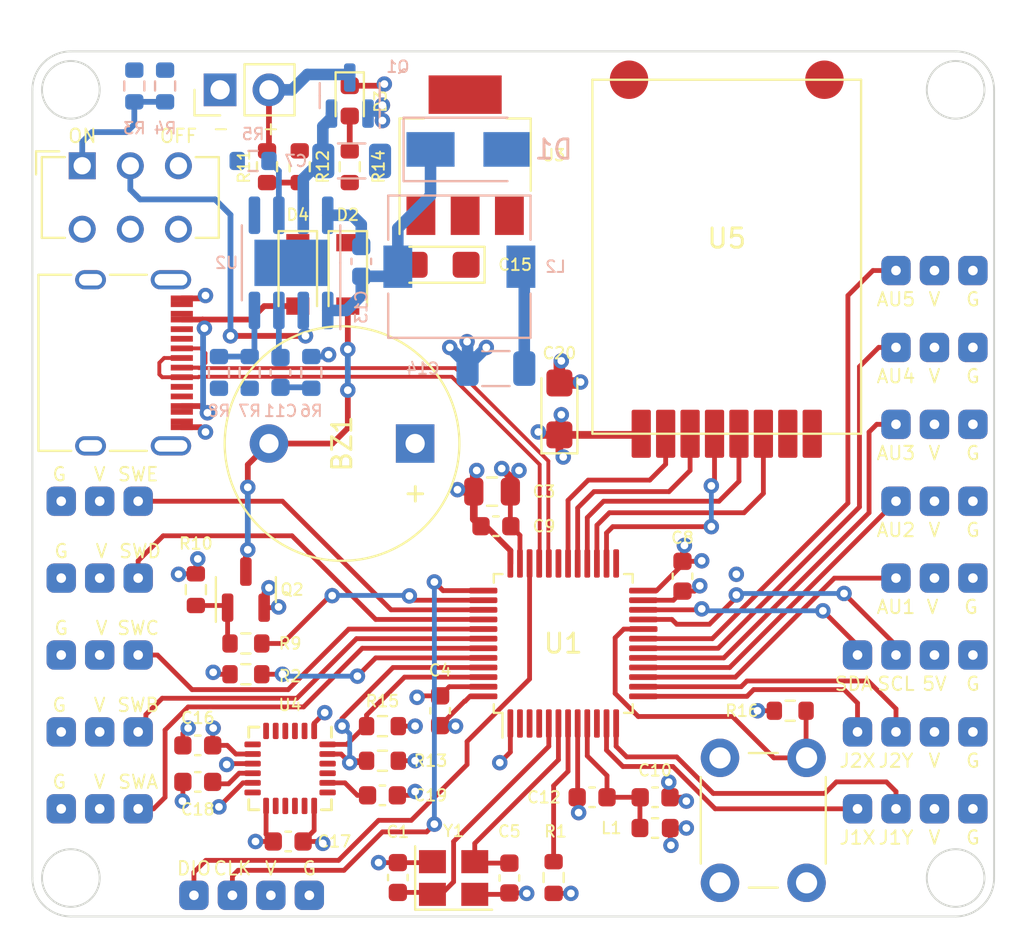
<source format=kicad_pcb>
(kicad_pcb (version 20211014) (generator pcbnew)
  (layers (0 "F.Cu" signal) (1 "In1.Cu" power "GND") (2 "In2.Cu" power "3.3V") (31 "B.Cu" signal) (34 "B.Paste" user) (35 "F.Paste" user) (36 "B.SilkS" user "B.Silkscreen") (37 "F.SilkS" user "F.Silkscreen") (38 "B.Mask" user) (39 "F.Mask" user) (44 "Edge.Cuts" user))
  (net 0 "")
  (net 1 "+3V3")
  (net 2 "GND")
  (net 3 "+3.3VA")
  (net 4 "/HSE_IN")
  (net 5 "/HSE_OUT")
  (net 6 "Net-(BZ1-Pad2)")
  (net 7 "/COMP")
  (net 8 "/REGOUT")
  (net 9 "/CPOUT")
  (net 10 "/VIN")
  (net 11 "+5V")
  (net 12 "Net-(D3-Pad2)")
  (net 13 "/NRST")
  (net 14 "/BOOTO")
  (net 15 "/I2C1_SCL")
  (net 16 "/I2C1_SDA")
  (net 17 "/Buzzer")
  (net 18 "Net-(C11-Pad2)")
  (net 20 "/BST")
  (net 21 "/SW")
  (net 22 "/VBUS")
  (net 23 "VCC")
  (net 24 "/J1_X")
  (net 25 "/J1_Y")
  (net 26 "/J2_X")
  (net 27 "/J2_Y")
  (net 28 "/AUX_1")
  (net 29 "/AUX_2")
  (net 30 "/SWE")
  (net 31 "/CLK")
  (net 33 "/SPI2_SCK")
  (net 34 "/SPI2_MISO")
  (net 35 "/SPI2_MOSI")
  (net 36 "/NRF_CSN")
  (net 37 "/NRF_CE")
  (net 39 "/DIO")
  (net 40 "/I2C2_SCL")
  (net 41 "/I2C2_SDA")
  (net 42 "/SWA")
  (net 43 "/SWB")
  (net 44 "/SWC")
  (net 45 "/SWD")
  (net 46 "/AUX_3")
  (net 47 "/AUX_4")
  (net 48 "/AUX_5")
  (net 49 "/EN")
  (net 52 "/USB_D+")
  (net 53 "/USB_D-")
  (net 57 "Net-(Q2-Pad1)")
  (net 58 "Net-(R3-Pad2)")
  (net 59 "/FREQ")
  (net 60 "/FB")
  (net 61 "/VoltageMeter")
  (net 62 "/BTN_BIND")
  (footprint "Package_TO_SOT_SMD:SOT-23" (layer "F.Cu") (at 146.1 88 90)
    (fp_text reference "Q2")
    (fp_text value "Q_NPN_BEC")
  )
  (footprint "Capacitor_SMD:C_0603_1608Metric" (layer "F.Cu") (at 167.375 98.8)
    (fp_text reference "C10")
    (fp_text value "100n")
  )
  (footprint "Resistor_SMD:R_0603_1608Metric" (layer "F.Cu") (at 174.4 94.3 180)
    (fp_text reference "R16")
    (fp_text value "10k")
  )
  (footprint "MyConnector:con_01x03_W2.5mm-H2.5mm" (layer "F.Cu") (at 138.5 87.4)
    (fp_text reference "J8" hide)
    (fp_text value "Conn_01x03")
  )
  (footprint "MyConnector:con_01x03_W2.5mm-H2.5mm" (layer "F.Cu") (at 181.9 87.4 180)
    (fp_text reference "J1" hide)
    (fp_text value "Conn_01x03")
  )
  (footprint "Button_Switch_THT:SW_PUSH_6mm_H5mm" (layer "F.Cu") (at 175.25 96.75 -90)
    (fp_text reference "SW2" hide)
    (fp_text value "BIND")
  )
  (footprint "Capacitor_SMD:C_0603_1608Metric" (layer "F.Cu") (at 164.1 98.8 180)
    (fp_text reference "C12")
    (fp_text value "1u")
  )
  (footprint "Button_Switch_THT:SW_CuK_JS202011CQN_DPDT_Straight" (layer "F.Cu") (at 137.5925 65.95)
    (fp_text reference "SW1" hide)
    (fp_text value "SW_SPDT")
  )
  (footprint "LED_SMD:LED_0603_1608Metric" (layer "F.Cu") (at 151.5 62.575 -90)
    (fp_text reference "D3")
    (fp_text value "LED_Small")
  )
  (footprint "Connector_PinHeader_2.54mm:PinHeader_1x02_P2.54mm_Vertical" (layer "F.Cu") (at 144.76 62 90)
    (fp_text reference "J16" hide)
    (fp_text value "Conn_01x02")
  )
  (footprint "Resistor_SMD:R_0603_1608Metric" (layer "F.Cu") (at 153.2 96.9 180)
    (fp_text reference "R13")
    (fp_text value "4k7")
  )
  (footprint "MyConnector:con_01x04_W2.5mm-H2.5mm" (layer "F.Cu") (at 146.4 103.9 180)
    (fp_text reference "J3" hide)
    (fp_text value "Conn_01x04")
  )
  (footprint "Package_TO_SOT_SMD:SOT-223-3_TabPin2" (layer "F.Cu") (at 157.5 65.4 90)
    (fp_text reference "U3")
    (fp_text value "AMS1117-3.3")
  )
  (footprint "Resistor_SMD:R_0603_1608Metric" (layer "F.Cu") (at 153.2 95.1 180)
    (fp_text reference "R15")
    (fp_text value "4k7")
  )
  (footprint "MyConnector:con_01x03_W2.5mm-H2.5mm" (layer "F.Cu") (at 181.9 75.4 180)
    (fp_text reference "J11" hide)
    (fp_text value "Conn_01x03")
  )
  (footprint "Resistor_SMD:R_0603_1608Metric" (layer "F.Cu") (at 151.5 66 90)
    (fp_text reference "R14")
    (fp_text value "1k")
  )
  (footprint "MyConnector:con_01x03_W2.5mm-H2.5mm" (layer "F.Cu") (at 181.9 79.4 180)
    (fp_text reference "J10" hide)
    (fp_text value "Conn_01x03")
  )
  (footprint "Diode_SMD:D_SOD-123" (layer "F.Cu") (at 148.8 71.6 -90)
    (fp_text reference "D4")
    (fp_text value "S7")
  )
  (footprint "Sensor_Motion:InvenSense_QFN-24_4x4mm_P0.5mm" (layer "F.Cu") (at 148.4 97.3 -90)
    (fp_text reference "U4")
    (fp_text value "MPU-6050")
  )
  (footprint "Diode_SMD:D_SOD-123" (layer "F.Cu") (at 151.4 71.6 -90)
    (fp_text reference "D2")
    (fp_text value "S7")
  )
  (footprint "Capacitor_SMD:C_0603_1608Metric" (layer "F.Cu") (at 153.2 98.7)
    (fp_text reference "C19")
    (fp_text value "2.2n")
  )
  (footprint "MyConnector:con_01x04_W2.5mm-H2.5mm" (layer "F.Cu") (at 180.9 95.4 180)
    (fp_text reference "J14" hide)
    (fp_text value "Conn_01x04")
  )
  (footprint "Inductor_SMD:L_0603_1608Metric" (layer "F.Cu") (at 167.375 100.4 180)
    (fp_text reference "L1")
    (fp_text value "4.7nH")
  )
  (footprint "Resistor_SMD:R_0603_1608Metric" (layer "F.Cu") (at 148.9 66 90)
    (fp_text reference "R12")
    (fp_text value "3k3")
  )
  (footprint "Wireless:AS01-SPIPX-NRF24" (layer "F.Cu") (at 171.1 79.89)
    (fp_text reference "U5")
    (fp_text value "AS01-SPI")
  )
  (footprint "MyConnector:con_01x04_W2.5mm-H2.5mm" (layer "F.Cu") (at 180.9 91.4 180)
    (fp_text reference "J4" hide)
    (fp_text value "Conn_01x04")
  )
  (footprint "MyConnector:con_01x03_W2.5mm-H2.5mm" (layer "F.Cu") (at 138.5 95.4)
    (fp_text reference "J6" hide)
    (fp_text value "Conn_01x03")
  )
  (footprint "Capacitor_SMD:C_0603_1608Metric" (layer "F.Cu") (at 156.2 94.3 90)
    (fp_text reference "C4")
    (fp_text value "100n")
  )
  (footprint "Resistor_SMD:R_0603_1608Metric" (layer "F.Cu") (at 146.1 90.8 180)
    (fp_text reference "R9")
    (fp_text value "4k7")
  )
  (footprint "Crystal:Crystal_SMD_3225-4Pin_3.2x2.5mm" (layer "F.Cu") (at 156.9 103)
    (fp_text reference "Y1")
    (fp_text value "8Mhz")
  )
  (footprint "Capacitor_SMD:C_0603_1608Metric" (layer "F.Cu") (at 143.6 98 180)
    (fp_text reference "C18")
    (fp_text value "100n")
  )
  (footprint "Capacitor_SMD:C_0603_1608Metric" (layer "F.Cu") (at 148.3 101.1)
    (fp_text reference "C17")
    (fp_text value "100n")
  )
  (footprint "Resistor_SMD:R_0603_1608Metric" (layer "F.Cu") (at 146.1 92.4)
    (fp_text reference "R2")
    (fp_text value "10k")
  )
  (footprint "Capacitor_SMD:C_0603_1608Metric" (layer "F.Cu") (at 159.1 84.7)
    (fp_text reference "C9")
    (fp_text value "100n")
  )
  (footprint "Connector_USB:USB_C_Receptacle_XKB_U262-16XN-4BVC11" (layer "F.Cu") (at 139.1 76.2 -90)
    (fp_text reference "J15" hide)
    (fp_text value "USB_C_Receptacle_USB2.0")
  )
  (footprint "Capacitor_SMD:C_0805_2012Metric" (layer "F.Cu") (at 158.9 82.9)
    (fp_text reference "C3")
    (fp_text value "4.7u")
  )
  (footprint "Package_QFP:LQFP-48_7x7mm_P0.5mm" (layer "F.Cu") (at 162.6 90.8 90)
    (fp_text reference "U1")
    (fp_text value "STM32F103C8Tx")
  )
  (footprint "Capacitor_SMD:C_0603_1608Metric" (layer "F.Cu") (at 154 102.975 90)
    (fp_text reference "C1")
    (fp_text value "20p")
  )
  (footprint "Capacitor_SMD:C_0603_1608Metric" (layer "F.Cu") (at 143.6 96.1)
    (fp_text reference "C16")
    (fp_text value "10n")
  )
  (footprint "MyConnector:con_01x03_W2.5mm-H2.5mm" (layer "F.Cu") (at 181.9 83.4 180)
    (fp_text reference "J9" hide)
    (fp_text value "Conn_01x03")
  )
  (footprint "Resistor_SMD:R_0603_1608Metric" (layer "F.Cu") (at 162.1 102.975 90)
    (fp_text reference "R1")
    (fp_text value "10k")
  )
  (footprint "MyConnector:con_01x03_W2.5mm-H2.5mm" (layer "F.Cu") (at 138.5 91.4)
    (fp_text reference "J7" hide)
    (fp_text value "Conn_01x03")
  )
  (footprint "Resistor_SMD:R_0603_1608Metric" (layer "F.Cu") (at 143.5 88 -90)
    (fp_text reference "R10")
    (fp_text value "10k")
  )
  (footprint "MyConnector:con_01x03_W2.5mm-H2.5mm" (layer "F.Cu") (at 138.5 99.4)
    (fp_text reference "J5" hide)
    (fp_text value "Conn_01x03")
  )
  (footprint "MyConnector:con_01x03_W2.5mm-H2.5mm" (layer "F.Cu") (at 138.5 83.4)
    (fp_text reference "J2" hide)
    (fp_text value "Conn_01x03")
  )
  (footprint "MyConnector:con_01x03_W2.5mm-H2.5mm" (layer "F.Cu") (at 181.9 71.4 180)
    (fp_text reference "J12" hide)
    (fp_text value "Conn_01x03")
  )
  (footprint "Capacitor_SMD:C_0603_1608Metric" (layer "F.Cu") (at 168.8 87.3 -90)
    (fp_text reference "C8")
    (fp_text value "100n")
  )
  (footprint "Capacitor_Tantalum_SMD:CP_EIA-3216-10_Kemet-I" (layer "F.Cu") (at 162.4 78.6 90)
    (fp_text reference "C20")
    (fp_text value "22uF")
  )
  (footprint "Capacitor_Tantalum_SMD:CP_EIA-3216-10_Kemet-I" (layer "F.Cu") (at 156.2 71.1 180)
    (fp_text reference "C15")
    (fp_text value "22uF/6V")
  )
  (footprint "Buzzer_Beeper:Buzzer_12x9.5RM7.6" (layer "F.Cu") (at 154.9 80.4 180)
    (fp_text reference "BZ1")
    (fp_text value "Buzzer")
  )
  (footprint "Capacitor_SMD:C_0603_1608Metric" (layer "F.Cu") (at 159.8 103 -90)
    (fp_text reference "C5")
    (fp_text value "20p")
  )
  (footprint "MyConnector:con_01x04_W2.5mm-H2.5mm" (layer "F.Cu") (at 180.9 99.4 180)
    (fp_text reference "J13" hide)
    (fp_text value "Conn_01x04")
  )
  (footprint "Resistor_SMD:R_0603_1608Metric" (layer "F.Cu") (at 147.2 66 -90)
    (fp_text reference "R11")
    (fp_text value "10k")
  )
  (footprint "Resistor_SMD:R_0603_1608Metric" (layer "B.Cu") (at 144.7 76.7 -90)
    (fp_text reference "R8")
    (fp_text value "24k")
  )
  (footprint "Diode_SMD:D_SMA" (layer "B.Cu") (at 157.7 65.1)
    (fp_text reference "D1")
    (fp_text value "SS34")
  )
  (footprint "Package_TO_SOT_SMD:SOT-23" (layer "B.Cu") (at 151.5 62.3 90)
    (fp_text reference "Q1")
    (fp_text value "AO3401A")
  )
  (footprint "Resistor_SMD:R_0603_1608Metric" (layer "B.Cu") (at 149.5 76.7 90)
    (fp_text reference "R6")
    (fp_text value "100k")
  )
  (footprint "Inductor_SMD:L_7.3x7.3_H4.5" (layer "B.Cu") (at 157.2 71.2)
    (fp_text reference "L2")
    (fp_text value "22uH")
  )
  (footprint "Capacitor_SMD:C_1206_3216Metric" (layer "B.Cu") (at 159.1 76.5 180)
    (fp_text reference "C14")
    (fp_text value "22uF")
  )
  (footprint "Resistor_SMD:R_0603_1608Metric" (layer "B.Cu") (at 140.3 61.8 -90)
    (fp_text reference "R3")
    (fp_text value "100k")
  )
  (footprint "Capacitor_SMD:C_1206_3216Metric" (layer "B.Cu") (at 151.6 65.7)
    (fp_text reference "C7")
    (fp_text value "10uF")
  )
  (footprint "Package_SO:SOIC-8-1EP_3.9x4.9mm_P1.27mm_EP2.41x3.81mm" (layer "B.Cu") (at 148.45 71 90)
    (fp_text reference "U2")
    (fp_text value "MP1584")
  )
  (footprint "Capacitor_SMD:C_0603_1608Metric" (layer "B.Cu") (at 152.1 70.925 -90)
    (fp_text reference "C13")
    (fp_text value "100n")
  )
  (footprint "Resistor_SMD:R_0603_1608Metric" (layer "B.Cu") (at 146.3 76.7 90)
    (fp_text reference "R7")
    (fp_text value "126k")
  )
  (footprint "Resistor_SMD:R_0603_1608Metric" (layer "B.Cu") (at 141.9 61.8 90)
    (fp_text reference "R4")
    (fp_text value "24k")
  )
  (footprint "Resistor_SMD:R_0603_1608Metric" (layer "B.Cu") (at 146.475 65.7 180)
    (fp_text reference "R5")
    (fp_text value "100k")
  )
  (footprint "Capacitor_SMD:C_0603_1608Metric" (layer "B.Cu") (at 147.9 76.7 -90)
    (fp_text reference "C11")
    (fp_text value "150pF")
  )
  (gr_arc (start 182.999999 60.000001) (mid 184.414213 60.585787) (end 184.999999 62.000001) (layer "Edge.Cuts") (width 0.1))
  (gr_line (start 137.000001 60.000001) (end 182.999999 60.000001) (layer "Edge.Cuts") (width 0.1))
  (gr_circle (center 183 103) (end 183 101.5) (layer "Edge.Cuts") (width 0.1) (fill none))
  (gr_line (start 182.999999 104.999999) (end 137 105) (layer "Edge.Cuts") (width 0.1))
  (gr_arc (start 135.000001 62.000001) (mid 135.585787 60.585787) (end 137.000001 60.000001) (layer "Edge.Cuts") (width 0.1))
  (gr_line (start 135 103) (end 135.000001 62.000001) (layer "Edge.Cuts") (width 0.1))
  (gr_circle (center 137 62) (end 137 60.5) (layer "Edge.Cuts") (width 0.1) (fill none))
  (gr_line (start 184.999999 62.000001) (end 184.999999 102.999999) (layer "Edge.Cuts") (width 0.1))
  (gr_circle (center 183 62) (end 183 60.5) (layer "Edge.Cuts") (width 0.1) (fill none))
  (gr_circle (center 137 103) (end 137 101.5) (layer "Edge.Cuts") (width 0.1) (fill none))
  (gr_arc (start 184.999999 102.999999) (mid 184.414213 104.414213) (end 182.999999 104.999999) (layer "Edge.Cuts") (width 0.1))
  (gr_arc (start 137 105) (mid 135.585786 104.414214) (end 135 103) (layer "Edge.Cuts") (width 0.1))
  (gr_text "G" (at 183.9 96.9) (layer "F.SilkS") (effects (font (size 0.7 0.7) (thickness 0.1))))
  (gr_text "G" (at 183.9 92.9) (layer "F.SilkS") (effects (font (size 0.7 0.7) (thickness 0.1))))
  (gr_text "CLK" (at 145.4 102.5) (layer "F.SilkS") (effects (font (size 0.7 0.7) (thickness 0.1))))
  (gr_text "G" (at 183.9 76.9) (layer "F.SilkS") (effects (font (size 0.7 0.7) (thickness 0.1))))
  (gr_text "G" (at 183.9 100.9) (layer "F.SilkS") (effects (font (size 0.7 0.7) (thickness 0.1))))
  (gr_text "-" (at 144.8 64) (layer "F.SilkS") (effects (font (size 0.7 0.7) (thickness 0.1))))
  (gr_text "G" (at 136.5 86) (layer "F.SilkS") (effects (font (size 0.7 0.7) (thickness 0.1))))
  (gr_text "AU2" (at 179.9 84.9) (layer "F.SilkS") (effects (font (size 0.7 0.7) (thickness 0.1))))
  (gr_text "J1Y" (at 179.9 100.9) (layer "F.SilkS") (effects (font (size 0.7 0.7) (thickness 0.1))))
  (gr_text "V" (at 138.6 86) (layer "F.SilkS") (effects (font (size 0.7 0.7) (thickness 0.1))))
  (gr_text "V" (at 138.5 98) (layer "F.SilkS") (effects (font (size 0.7 0.7) (thickness 0.1))))
  (gr_text "AU5" (at 179.9 72.9) (layer "F.SilkS") (effects (font (size 0.7 0.7) (thickness 0.1))))
  (gr_text "G" (at 183.8 88.9) (layer "F.SilkS") (effects (font (size 0.7 0.7) (thickness 0.1))))
  (gr_text "G" (at 149.4 102.5) (layer "F.SilkS") (effects (font (size 0.7 0.7) (thickness 0.1))))
  (gr_text "AU1" (at 179.9 88.9) (layer "F.SilkS") (effects (font (size 0.7 0.7) (thickness 0.1))))
  (gr_text "SWE" (at 140.5 82) (layer "F.SilkS") (effects (font (size 0.7 0.7) (thickness 0.1))))
  (gr_text "V" (at 181.9 100.9) (layer "F.SilkS") (effects (font (size 0.7 0.7) (thickness 0.1))))
  (gr_text "V" (at 181.9 72.9) (layer "F.SilkS") (effects (font (size 0.7 0.7) (thickness 0.1))))
  (gr_text "J2X" (at 177.9 96.9) (layer "F.SilkS") (effects (font (size 0.7 0.7) (thickness 0.1))))
  (gr_text "J2Y" (at 179.9 96.9) (layer "F.SilkS") (effects (font (size 0.7 0.7) (thickness 0.1))))
  (gr_text "G" (at 183.9 72.9) (layer "F.SilkS") (effects (font (size 0.7 0.7) (thickness 0.1))))
  (gr_text "V" (at 147.4 102.5) (layer "F.SilkS") (effects (font (size 0.7 0.7) (thickness 0.1))))
  (gr_text "V" (at 138.5 94) (layer "F.SilkS") (effects (font (size 0.7 0.7) (thickness 0.1))))
  (gr_text "SDA" (at 177.7 92.9) (layer "F.SilkS") (effects (font (size 0.7 0.7) (thickness 0.1))))
  (gr_text "ON" (at 137.6 64.4) (layer "F.SilkS") (effects (font (size 0.7 0.7) (thickness 0.1))))
  (gr_text "G" (at 136.4 82) (layer "F.SilkS") (effects (font (size 0.7 0.7) (thickness 0.1))))
  (gr_text "DIO" (at 143.4 102.5) (layer "F.SilkS") (effects (font (size 0.7 0.7) (thickness 0.1))))
  (gr_text "AU3" (at 179.9 80.9) (layer "F.SilkS") (effects (font (size 0.7 0.7) (thickness 0.1))))
  (gr_text "G" (at 136.5 90) (layer "F.SilkS") (effects (font (size 0.7 0.7) (thickness 0.1))))
  (gr_text "V" (at 181.9 80.9) (layer "F.SilkS") (effects (font (size 0.7 0.7) (thickness 0.1))))
  (gr_text "SWA" (at 140.5 98) (layer "F.SilkS") (effects (font (size 0.7 0.7) (thickness 0.1))))
  (gr_text "V" (at 181.9 96.9) (layer "F.SilkS") (effects (font (size 0.7 0.7) (thickness 0.1))))
  (gr_text "SCL" (at 179.9 92.9) (layer "F.SilkS") (effects (font (size 0.7 0.7) (thickness 0.1))))
  (gr_text "V" (at 181.8 88.9) (layer "F.SilkS") (effects (font (size 0.7 0.7) (thickness 0.1))))
  (gr_text "G" (at 136.4 98) (layer "F.SilkS") (effects (font (size 0.7 0.7) (thickness 0.1))))
  (gr_text "J1X" (at 177.9 100.9) (layer "F.SilkS") (effects (font (size 0.7 0.7) (thickness 0.1))))
  (gr_text "G" (at 183.9 80.9) (layer "F.SilkS") (effects (font (size 0.7 0.7) (thickness 0.1))))
  (gr_text "V" (at 138.5 82) (layer "F.SilkS") (effects (font (size 0.7 0.7) (thickness 0.1))))
  (gr_text "V" (at 138.6 90) (layer "F.SilkS") (effects (font (size 0.7 0.7) (thickness 0.1))))
  (gr_text "SWB" (at 140.5 94) (layer "F.SilkS") (effects (font (size 0.7 0.7) (thickness 0.1))))
  (gr_text "AU4" (at 179.9 76.9) (layer "F.SilkS") (effects (font (size 0.7 0.7) (thickness 0.1))))
  (gr_text "G" (at 136.4 94) (layer "F.SilkS") (effects (font (size 0.7 0.7) (thickness 0.1))))
  (gr_text "G" (at 183.9 84.9) (layer "F.SilkS") (effects (font (size 0.7 0.7) (thickness 0.1))))
  (gr_text "OFF" (at 142.6 64.4) (layer "F.SilkS") (effects (font (size 0.7 0.7) (thickness 0.1))))
  (gr_text "V" (at 181.9 84.9) (layer "F.SilkS") (effects (font (size 0.7 0.7) (thickness 0.1))))
  (gr_text "SWD" (at 140.6 86) (layer "F.SilkS") (effects (font (size 0.7 0.7) (thickness 0.1))))
  (gr_text "+" (at 147.4 64) (layer "F.SilkS") (effects (font (size 0.7 0.7) (thickness 0.1))))
  (gr_text "5V" (at 181.9 92.9) (layer "F.SilkS") (effects (font (size 0.7 0.7) (thickness 0.1))))
  (gr_text "SWC" (at 140.5 90) (layer "F.SilkS") (effects (font (size 0.7 0.7) (thickness 0.1))))
  (gr_text "V" (at 181.9 76.9) (layer "F.SilkS") (effects (font (size 0.7 0.7) (thickness 0.1))))
  (via (at 171.6 87.2) (size 0.8) (drill 0.4) (layers "F.Cu" "B.Cu") (net 0))
  (segment (start 159.85 94.9625) (end 159.85 96.45) (width 0.25) (layer "F.Cu") (net 1))
  (segment (start 162.4 79.95) (end 166.595 79.95) (width 0.4) (layer "F.Cu") (net 1))
  (segment (start 162.4 80.9) (end 162.6 81.1) (width 0.4) (layer "F.Cu") (net 1))
  (segment (start 154.025 96.9) (end 154.9 96.9) (width 0.25) (layer "F.Cu") (net 1))
  (segment (start 157.95 82.9) (end 157.2 82.9) (width 0.4) (layer "F.Cu") (net 1))
  (segment (start 168.1625 101.2625) (end 168.2 101.3) (width 0.25) (layer "F.Cu") (net 1))
  (segment (start 162.4 79.95) (end 162.4 80.9) (width 0.4) (layer "F.Cu") (net 1))
  (segment (start 158.586827 84.7) (end 158.325 84.7) (width 0.3) (layer "F.Cu") (net 1))
  (segment (start 157.2 82.9) (end 157.1 82.8) (width 0.4) (layer "F.Cu") (net 1))
  (segment (start 167.45 88.05) (end 168.8 86.7) (width 0.25) (layer "F.Cu") (net 1))
  (segment (start 145.581531 96.55) (end 145.131531 96.1) (width 0.25) (layer "F.Cu") (net 1))
  (segment (start 168.1625 100.4) (end 168.1625 101.2625) (width 0.25) (layer "F.Cu") (net 1))
  (segment (start 169.775 86.525) (end 169.8 86.5) (width 0.25) (layer "F.Cu") (net 1))
  (segment (start 168.8 86.525) (end 169.775 86.525) (width 0.25) (layer "F.Cu") (net 1))
  (segment (start 157.5 93.8) (end 157.475 93.8) (width 0.25) (layer "F.Cu") (net 1))
  (segment (start 168.8 86.525) (end 168.8 85.8) (width 0.25) (layer "F.Cu") (net 1))
  (segment (start 162.4 79) (end 162.5 78.9) (width 0.4) (layer "F.Cu") (net 1))
  (segment (start 154.025 95.1) (end 154.9 95.1) (width 0.25) (layer "F.Cu") (net 1))
  (segment (start 144.375 96.1) (end 144.375 95.225) (width 0.25) (layer "F.Cu") (net 1))
  (segment (start 158.1 81.8) (end 157.95 81.95) (width 0.4) (layer "F.Cu") (net 1))
  (segment (start 157.95 84.325) (end 158.325 84.7) (width 0.4) (layer "F.Cu") (net 1))
  (segment (start 157.95 82.9) (end 157.95 84.325) (width 0.4) (layer "F.Cu") (net 1))
  (segment (start 159.85 96.45) (end 159.3 97) (width 0.25) (layer "F.Cu") (net 1))
  (segment (start 159.85 86.6375) (end 159.85 85.963173) (width 0.3) (layer "F.Cu") (net 1))
  (segment (start 168.1625 100.4) (end 169 100.4) (width 0.25) (layer "F.Cu") (net 1))
  (segment (start 146.45 96.55) (end 145.581531 96.55) (width 0.25) (layer "F.Cu") (net 1))
  (segment (start 156.2 95.075) (end 156.975 95.075) (width 0.25) (layer "F.Cu") (net 1))
  (segment (start 158.4375 93.55) (end 157.75 93.55) (width 0.25) (layer "F.Cu") (net 1))
  (segment (start 168.8 85.8) (end 168.9 85.7) (width 0.25) (layer "F.Cu") (net 1))
  (segment (start 145.131531 96.1) (end 144.375 96.1) (width 0.25) (layer "F.Cu") (net 1))
  (segment (start 147.15 99.25) (end 147.15 100.725) (width 0.25) (layer "F.Cu") (net 1))
  (segment (start 147.15 100.725) (end 147.525 101.1) (width 0.25) (layer "F.Cu") (net 1))
  (segment (start 147.525 101.1) (end 146.6 101.1) (width 0.25) (layer "F.Cu") (net 1))
  (segment (start 144.375 95.225) (end 144.4 95.2) (width 0.25) (layer "F.Cu") (net 1))
  (segment (start 157.475 93.8) (end 156.2 95.075) (width 0.25) (layer "F.Cu") (net 1))
  (segment (start 166.7625 88.05) (end 167.45 88.05) (width 0.25) (layer "F.Cu") (net 1))
  (segment (start 166.595 79.95) (end 166.655 79.89) (width 0.4) (layer "F.Cu") (net 1))
  (segment (start 157.95 81.95) (end 157.95 82.9) (width 0.4) (layer "F.Cu") (net 1))
  (segment (start 162.4 79.95) (end 162.4 79) (width 0.4) (layer "F.Cu") (net 1))
  (segment (start 168.8 86.7) (end 168.8 86.525) (width 0.25) (layer "F.Cu") (net 1))
  (segment (start 159.85 85.963173) (end 158.586827 84.7) (width 0.3) (layer "F.Cu") (net 1))
  (segment (start 162.1 103.8) (end 163 103.8) (width 0.25) (layer "F.Cu") (net 1))
  (segment (start 157.75 93.55) (end 157.5 93.8) (width 0.25) (layer "F.Cu") (net 1))
  (segment (start 162.4 79.95) (end 161.457444 79.95) (width 0.4) (layer "F.Cu") (net 1))
  (segment (start 156.975 95.075) (end 157 95.1) (width 0.25) (layer "F.Cu") (net 1))
  (segment (start 161.457444 79.95) (end 161.303722 79.796278) (width 0.4) (layer "F.Cu") (net 1))
  (via (at 157.1 82.8) (size 0.8) (drill 0.4) (layers "F.Cu" "B.Cu") (net 1))
  (via (at 169.8 86.5) (size 0.8) (drill 0.4) (layers "F.Cu" "B.Cu") (net 1))
  (via (at 157 95.1) (size 0.8) (drill 0.4) (layers "F.Cu" "B.Cu") (net 1))
  (via (at 154.9 95.1) (size 0.8) (drill 0.4) (layers "F.Cu" "B.Cu") (net 1))
  (via (at 163 103.8) (size 0.8) (drill 0.4) (layers "F.Cu" "B.Cu") (net 1))
  (via (at 146.6 101.1) (size 0.8) (drill 0.4) (layers "F.Cu" "B.Cu") (net 1))
  (via (at 154.9 96.9) (size 0.8) (drill 0.4) (layers "F.Cu" "B.Cu") (net 1))
  (via (at 159.3 97) (size 0.8) (drill 0.4) (layers "F.Cu" "B.Cu") (net 1))
  (via (at 168.9 85.7) (size 0.8) (drill 0.4) (layers "F.Cu" "B.Cu") (net 1))
  (via (at 168.2 101.3) (size 0.8) (drill 0.4) (layers "F.Cu" "B.Cu") (net 1))
  (via (at 144.4 95.2) (size 0.8) (drill 0.4) (layers "F.Cu" "B.Cu") (net 1))
  (via (at 158.1 81.8) (size 0.8) (drill 0.4) (layers "F.Cu" "B.Cu") (net 1))
  (via (at 162.5 78.9) (size 0.8) (drill 0.4) (layers "F.Cu" "B.Cu") (net 1))
  (via (at 162.6 81.1) (size 0.8) (drill 0.4) (layers "F.Cu" "B.Cu") (net 1))
  (via (at 169 100.4) (size 0.8) (drill 0.4) (layers "F.Cu" "B.Cu") (net 1))
  (via (at 161.303722 79.796278) (size 0.8) (drill 0.4) (layers "F.Cu" "B.Cu") (net 1))
  (segment (start 142.625 87.175) (end 142.6 87.2) (width 0.25) (layer "F.Cu") (net 2))
  (segment (start 142.825 95.475) (end 143.1 95.2) (width 0.25) (layer "F.Cu") (net 2))
  (segment (start 147.05 88.9375) (end 147.05 88.15) (width 0.25) (layer "F.Cu") (net 2))
  (segment (start 142.825 98) (end 142.825 98.975) (width 0.25) (layer "F.Cu") (net 2))
  (segment (start 149.65 99.25) (end 149.65 100.525) (width 0.25) (layer "F.Cu") (net 2))
  (segment (start 147.05 88.15) (end 147.3 87.9) (width 0.25) (layer "F.Cu") (net 2))
  (segment (start 149.65 94.95) (end 150.2 94.4) (width 0.25) (layer "F.Cu") (net 2))
  (segment (start 155.075 93.525) (end 155 93.6) (width 0.25) (layer "F.Cu") (net 2))
  (segment (start 143.75 79.55) (end 144 79.8) (width 0.3) (layer "F.Cu") (net 2))
  (segment (start 163.325 99.525) (end 163.325 98.8) (width 0.25) (layer "F.Cu") (net 2))
  (segment (start 146.45 98.05) (end 145.95 98.05) (width 0.25) (layer "F.Cu") (net 2))
  (segment (start 168.8 98.8) (end 169 99) (width 0.25) (layer "F.Cu") (net 2))
  (segment (start 160.35 85.175) (end 159.875 84.7) (width 0.25) (layer "F.Cu") (net 2))
  (segment (start 149.65 100.525) (end 149.075 101.1) (width 0.25) (layer "F.Cu") (net 2))
  (segment (start 168.15 98.8) (end 168.8 98.8) (width 0.25) (layer "F.Cu") (net 2))
  (segment (start 153.2125 61.7875) (end 153.3 61.7) (width 0.3) (layer "F.Cu") (net 2))
  (segment (start 159.85 82.25) (end 160.3 81.8) (width 0.4) (layer "F.Cu") (net 2))
  (segment (start 144.5 92.4) (end 144.4 92.3) (width 0.25) (layer "F.Cu") (net 2))
  (segment (start 142.825 98.975) (end 142.8 99) (width 0.25) (layer "F.Cu") (net 2))
  (segment (start 163.35 94.9625) (end 163.35 98.775) (width 0.25) (layer "F.Cu") (net 2))
  (segment (start 143.5 87.175) (end 143.5 86.5) (width 0.25) (layer "F.Cu") (net 2))
  (segment (start 163.45 77.25) (end 163.5 77.2) (width 0.6) (layer "F.Cu") (net 2))
  (segment (start 169.425 88.075) (end 169.7 87.8) (width 0.25) (layer "F.Cu") (net 2))
  (segment (start 142.825 96.1) (end 142.825 95.475) (width 0.25) (layer "F.Cu") (net 2))
  (segment (start 145.95 98.05) (end 144.7 99.3) (width 0.25) (layer "F.Cu") (net 2))
  (segment (start 143.5 87.175) (end 142.625 87.175) (width 0.25) (layer "F.Cu") (net 2))
  (segment (start 156.675 93.05) (end 156.2 93.525) (width 0.25) (layer "F.Cu") (net 2))
  (segment (start 145.275 92.4) (end 144.5 92.4) (width 0.25) (layer "F.Cu") (net 2))
  (segment (start 159.85 82.9) (end 159.85 84.675) (width 0.25) (layer "F.Cu") (net 2))
  (segment (start 168.15 98.8) (end 168.15 98.074598) (width 0.25) (layer "F.Cu") (net 2))
  (segment (start 162.4 76.2) (end 162.5 76.1) (width 0.6) (layer "F.Cu") (net 2))
  (segment (start 155.75 102.2) (end 155.8 102.15) (width 0.25) (layer "F.Cu") (net 2))
  (segment (start 163.35 98.775) (end 163.325 98.8) (width 0.25) (layer "F.Cu") (net 2))
  (segment (start 162.4 77.25) (end 163.45 77.25) (width 0.6) (layer "F.Cu") (net 2))
  (segment (start 149.075 101.1) (end 150 101.1) (width 0.25) (layer "F.Cu") (net 2))
  (segment (start 160.35 86.6375) (end 160.35 85.175) (width 0.25) (layer "F.Cu") (net 2))
  (segment (start 168.15 98.074598) (end 168.087701 98.012299) (width 0.25) (layer "F.Cu") (net 2))
  (segment (start 158 103.85) (end 159.725 103.85) (width 0.25) (layer "F.Cu") (net 2))
  (segment (start 145.149188 97.05) (end 146.45 97.05) (width 0.25) (layer "F.Cu") (net 2))
  (segment (start 143.5 86.5) (end 143.6 86.4) (width 0.25) (layer "F.Cu") (net 2))
  (segment (start 147.05 88.9375) (end 147.7625 88.9375) (width 0.25) (layer "F.Cu") (net 2))
  (segment (start 154 102.2) (end 153 102.2) (width 0.25) (layer "F.Cu") (net 2))
  (segment (start 159.85 84.675) (end 159.875 84.7) (width 0.25) (layer "F.Cu") (net 2))
  (segment (start 147.7625 88.9375) (end 147.8 88.9) (width 0.25) (layer "F.Cu") (net 2))
  (segment (start 168.8 88.075) (end 169.425 88.075) (width 0.25) (layer "F.Cu") (net 2))
  (segment (start 151.5 61.7875) (end 153.2125 61.7875) (width 0.3) (layer "F.Cu") (net 2))
  (segment (start 159.85 82.9) (end 159.85 82.25) (width 0.4) (layer "F.Cu") (net 2))
  (segment (start 168.325 88.55) (end 168.8 88.075) (width 0.25) (layer "F.Cu") (net 2))
  (segment (start 142.77 79.55) (end 143.75 79.55) (width 0.3) (layer "F.Cu") (net 2))
  (segment (start 143.85 72.85) (end 144 72.7) (width 0.3) (layer "F.Cu") (net 2))
  (segment (start 154 102.2) (end 155.75 102.2) (width 0.25) (layer "F.Cu") (net 2))
  (segment (start 159.85 82.9) (end 159.85 82.15) (width 0.4) (layer "F.Cu") (net 2))
  (segment (start 162.4 77.25) (end 162.4 76.2) (width 0.6) (layer "F.Cu") (net 2))
  (segment (start 156.2 93.525) (end 155.075 93.525) (width 0.25) (layer "F.Cu") (net 2))
  (segment (start 159.85 82.15) (end 159.4 81.7) (width 0.4) (layer "F.Cu") (net 2))
  (segment (start 150 101.1) (end 150.1 101.2) (width 0.25) (layer "F.Cu") (net 2))
  (segment (start 154.7 98.7) (end 154.9 98.5) (width 0.25) (layer "F.Cu") (net 2))
  (segment (start 142.77 72.85) (end 143.85 72.85) (width 0.3) (layer "F.Cu") (net 2))
  (segment (start 159.725 103.85) (end 159.8 103.775) (width 0.25) (layer "F.Cu") (net 2))
  (segment (start 153.975 98.7) (end 154.7 98.7) (width 0.25) (layer "F.Cu") (net 2))
  (segment (start 163.4 99.6) (end 163.325 99.525) (width 0.25) (layer "F.Cu") (net 2))
  (segment (start 166.7625 88.55) (end 168.325 88.55) (width 0.25) (layer "F.Cu") (net 2))
  (segment (start 173.575 94.3) (end 172.7 94.3) (width 0.25) (layer "F.Cu") (net 2))
  (segment (start 149.65 95.35) (end 149.65 94.95) (width 0.25) (layer "F.Cu") (net 2))
  (segment (start 158.4375 93.05) (end 156.675 93.05) (width 0.25) (layer "F.Cu") (net 2))
  (segment (start 145.102707 97.096481) (end 145.149188 97.05) (width 0.25) (layer "F.Cu") (net 2))
  (segment (start 159.8 103.775) (end 160.675 103.775) (width 0.25) (layer "F.Cu") (net 2))
  (segment (start 160.675 103.775) (end 160.7 103.8) (width 0.25) (layer "F.Cu") (net 2))
  (via (at 160.3 81.8) (size 0.8) (drill 0.4) (layers "F.Cu" "B.Cu") (net 2))
  (via (at 154.9 98.5) (size 0.8) (drill 0.4) (layers "F.Cu" "B.Cu") (net 2))
  (via (at 157.6 75.1) (size 0.8) (drill 0.4) (layers "F.Cu" "B.Cu") (net 2))
  (via (at 145.102707 97.096481) (size 0.8) (drill 0.4) (layers "F.Cu" "B.Cu") (net 2))
  (via (at 150.2 94.4) (size 0.8) (drill 0.4) (layers "F.Cu" "B.Cu") (net 2))
  (via (at 147.8 88.9) (size 0.8) (drill 0.4) (layers "F.Cu" "B.Cu") (net 2))
  (via (at 150.4 75.7755) (size 0.8) (drill 0.4) (layers "F.Cu" "B.Cu") (net 2))
  (via (at 155 93.6) (size 0.8) (drill 0.4) (layers "F.Cu" "B.Cu") (net 2))
  (via (at 163.4 99.6) (size 0.8) (drill 0.4) (layers "F.Cu" "B.Cu") (net 2))
  (via (at 142.6 87.2) (size 0.8) (drill 0.4) (layers "F.Cu" "B.Cu") (net 2))
  (via (at 162.5 76.1) (size 0.8) (drill 0.4) (layers "F.Cu" "B.Cu") (net 2))
  (via (at 144.7 99.3) (size 0.8) (drill 0.4) (layers "F.Cu" "B.Cu") (net 2))
  (via (at 160.7 103.8) (size 0.8) (drill 0.4) (layers "F.Cu" "B.Cu") (net 2))
  (via (at 158.6 75.4) (size 0.8) (drill 0.4) (layers "F.Cu" "B.Cu") (net 2))
  (via (at 156.7 75.4) (size 0.8) (drill 0.4) (layers "F.Cu" "B.Cu") (net 2))
  (via (at 144.4 92.3) (size 0.8) (drill 0.4) (layers "F.Cu" "B.Cu") (net 2))
  (via (at 153.2 63.6) (size 0.8) (drill 0.4) (layers "F.Cu" "B.Cu") (net 2))
  (via (at 172.7 94.3) (size 0.8) (drill 0.4) (layers "F.Cu" "B.Cu") (net 2))
  (via (at 163.5 77.2) (size 0.8) (drill 0.4) (layers "F.Cu" "B.Cu") (net 2))
  (via (at 153.3 61.7) (size 0.8) (drill 0.4) (layers "F.Cu" "B.Cu") (net 2))
  (via (at 143.6 86.4) (size 0.8) (drill 0.4) (layers "F.Cu" "B.Cu") (net 2))
  (via (at 169 99) (size 0.8) (drill 0.4) (layers "F.Cu" "B.Cu") (net 2))
  (via (at 153.2 62.8) (size 0.8) (drill 0.4) (layers "F.Cu" "B.Cu") (net 2))
  (via (at 144 79.8) (size 0.8) (drill 0.4) (layers "F.Cu" "B.Cu") (net 2))
  (via (at 153 102.2) (size 0.8) (drill 0.4) (layers "F.Cu" "B.Cu") (net 2))
  (via (at 159.4 81.7) (size 0.8) (drill 0.4) (layers "F.Cu" "B.Cu") (net 2))
  (via (at 144 72.7) (size 0.8) (drill 0.4) (layers "F.Cu" "B.Cu") (net 2))
  (via (at 168.087701 98.012299) (size 0.8) (drill 0.4) (layers "F.Cu" "B.Cu") (net 2))
  (via (at 169.7 87.8) (size 0.8) (drill 0.4) (layers "F.Cu" "B.Cu") (net 2))
  (via (at 143.1 95.2) (size 0.8) (drill 0.4) (layers "F.Cu" "B.Cu") (net 2))
  (via (at 147.3 87.9) (size 0.8) (drill 0.4) (layers "F.Cu" "B.Cu") (net 2))
  (via (at 150.1 101.2) (size 0.8) (drill 0.4) (layers "F.Cu" "B.Cu") (net 2))
  (via (at 142.8 99) (size 0.8) (drill 0.4) (layers "F.Cu" "B.Cu") (net 2))
  (segment (start 153.2 63.6) (end 152.8375 63.2375) (width 0.3) (layer "B.Cu") (net 2))
  (segment (start 150.3005 75.875) (end 150.4 75.7755) (width 0.3) (layer "B.Cu") (net 2))
  (segment (start 149.5 75.875) (end 150.3005 75.875) (width 0.3) (layer "B.Cu") (net 2))
  (segment (start 157.625 76.5) (end 157.625 75.125) (width 0.6) (layer "B.Cu") (net 2))
  (segment (start 157.625 76.375) (end 158.6 75.4) (width 0.6) (layer "B.Cu") (net 2))
  (segment (start 152.8375 63.2375) (end 152.45 63.2375) (width 0.3) (layer "B.Cu") (net 2))
  (segment (start 157.625 76.325) (end 156.7 75.4) (width 0.6) (layer "B.Cu") (net 2))
  (segment (start 152.45 63.2375) (end 152.7625 63.2375) (width 0.3) (layer "B.Cu") (net 2))
  (segment (start 157.625 76.5) (end 157.625 76.375) (width 0.6) (layer "B.Cu") (net 2))
  (segment (start 157.625 75.125) (end 157.6 75.1) (width 0.6) (layer "B.Cu") (net 2))
  (segment (start 152.7625 63.2375) (end 153.2 62.8) (width 0.3) (layer "B.Cu") (net 2))
  (segment (start 157.625 76.5) (end 157.625 76.325) (width 0.6) (layer "B.Cu") (net 2))
  (segment (start 166.5875 100.4) (end 166.5875 98.8125) (width 0.25) (layer "F.Cu") (net 3))
  (segment (start 166.6 98.8) (end 164.875 98.8) (width 0.25) (layer "F.Cu") (net 3))
  (segment (start 163.85 96.65) (end 164.875 97.675) (width 0.25) (layer "F.Cu") (net 3))
  (segment (start 164.875 97.675) (end 164.875 98.8) (width 0.25) (layer "F.Cu") (net 3))
  (segment (start 163.85 94.9625) (end 163.85 96.65) (width 0.25) (layer "F.Cu") (net 3))
  (segment (start 166.5875 98.8125) (end 166.6 98.8) (width 0.25) (layer "F.Cu") (net 3))
  (segment (start 155.8 103.85) (end 156.25 103.85) (width 0.25) (layer "F.Cu") (net 4))
  (segment (start 156.25 103.85) (end 156.9 103.2) (width 0.25) (layer "F.Cu") (net 4))
  (segment (start 161.85 96.15) (end 161.85 94.9625) (width 0.25) (layer "F.Cu") (net 4))
  (segment (start 155.7 103.75) (end 155.8 103.85) (width 0.25) (layer "F.Cu") (net 4))
  (segment (start 156.9 103.2) (end 156.9 101.1) (width 0.25) (layer "F.Cu") (net 4))
  (segment (start 154 103.75) (end 155.7 103.75) (width 0.25) (layer "F.Cu") (net 4))
  (segment (start 156.9 101.1) (end 161.85 96.15) (width 0.25) (layer "F.Cu") (net 4))
  (segment (start 158.075 102.225) (end 158 102.15) (width 0.25) (layer "F.Cu") (net 5))
  (segment (start 162.35 96.85) (end 158 101.2) (width 0.25) (layer "F.Cu") (net 5))
  (segment (start 162.35 94.9625) (end 162.35 96.85) (width 0.25) (layer "F.Cu") (net 5))
  (segment (start 158 101.2) (end 158 102.15) (width 0.25) (layer "F.Cu") (net 5))
  (segment (start 159.8 102.225) (end 158.075 102.225) (width 0.25) (layer "F.Cu") (net 5))
  (segment (start 151.4 79.6) (end 150.6 80.4) (width 0.3) (layer "F.Cu") (net 6))
  (segment (start 146.2 81.5) (end 147.3 80.4) (width 0.3) (layer "F.Cu") (net 6))
  (segment (start 146.1 86.0245) (end 146.2 85.9245) (width 0.3) (layer "F.Cu") (net 6))
  (segment (start 151.4 77.6245) (end 151.4 79.6) (width 0.3) (layer "F.Cu") (net 6))
  (segment (start 150.6 80.4) (end 147.3 80.4) (width 0.3) (layer "F.Cu") (net 6))
  (segment (start 146.1 87.0625) (end 146.1 86.0245) (width 0.3) (layer "F.Cu") (net 6))
  (segment (start 151.4 73.25) (end 151.4 75.5) (width 0.3) (layer "F.Cu") (net 6))
  (segment (start 146.2 82.6755) (end 146.2 81.5) (width 0.3) (layer "F.Cu") (net 6))
  (via (at 146.2 82.6755) (size 0.8) (drill 0.4) (layers "F.Cu" "B.Cu") (net 6))
  (via (at 146.2 85.9245) (size 0.8) (drill 0.4) (layers "F.Cu" "B.Cu") (net 6))
  (via (at 151.4 77.6245) (size 0.8) (drill 0.4) (layers "F.Cu" "B.Cu") (net 6))
  (via (at 151.4 75.5) (size 0.8) (drill 0.4) (layers "F.Cu" "B.Cu") (net 6))
  (segment (start 146.2 85.9245) (end 146.2 82.6755) (width 0.3) (layer "B.Cu") (net 6))
  (segment (start 151.4 75.5) (end 151.4 77.6245) (width 0.3) (layer "B.Cu") (net 6))
  (segment (start 147.815 73.475) (end 147.815 75.84) (width 0.3) (layer "B.Cu") (net 7))
  (segment (start 147.815 75.84) (end 147.9 75.925) (width 0.3) (layer "B.Cu") (net 7))
  (segment (start 145.2 98.1) (end 145.75 97.55) (width 0.25) (layer "F.Cu") (net 8))
  (segment (start 144.475 98.1) (end 145.2 98.1) (width 0.25) (layer "F.Cu") (net 8))
  (segment (start 144.375 98) (end 144.475 98.1) (width 0.25) (layer "F.Cu") (net 8))
  (segment (start 145.75 97.55) (end 146.45 97.55) (width 0.25) (layer "F.Cu") (net 8))
  (segment (start 151.25 98.05) (end 150.35 98.05) (width 0.25) (layer "F.Cu") (net 9))
  (segment (start 151.9 98.7) (end 151.25 98.05) (width 0.25) (layer "F.Cu") (net 9))
  (segment (start 152.425 98.7) (end 151.9 98.7) (width 0.25) (layer "F.Cu") (net 9))
  (segment (start 150 65.7) (end 150.125 65.7) (width 0.6) (layer "B.Cu") (net 10))
  (segment (start 150.55 63.2375) (end 150.55 63.45) (width 0.6) (layer "B.Cu") (net 10))
  (segment (start 150.55 63.45) (end 150.1 63.9) (width 0.6) (layer "B.Cu") (net 10))
  (segment (start 149.085 66.615) (end 150 65.7) (width 0.6) (layer "B.Cu") (net 10))
  (segment (start 150.1 65.675) (end 150.125 65.7) (width 0.6) (layer "B.Cu") (net 10))
  (segment (start 149.085 68.525) (end 149.085 66.615) (width 0.6) (layer "B.Cu") (net 10))
  (segment (start 150.1 63.9) (end 150.1 65.675) (width 0.6) (layer "B.Cu") (net 10))
  (segment (start 160.575 71.375) (end 160.4 71.2) (width 0.6) (layer "B.Cu") (net 11))
  (segment (start 160.575 76.5) (end 160.575 71.375) (width 0.6) (layer "B.Cu") (net 11))
  (segment (start 151.5 65.175) (end 151.5 63.3625) (width 0.3) (layer "F.Cu") (net 12))
  (segment (start 162.1 98.2) (end 162.1 102.15) (width 0.25) (layer "F.Cu") (net 13))
  (segment (start 162.85 97.45) (end 162.1 98.2) (width 0.25) (layer "F.Cu") (net 13))
  (segment (start 162.85 94.9625) (end 162.85 97.45) (width 0.25) (layer "F.Cu") (net 13))
  (segment (start 158.4375 91.55) (end 152.85 91.55) (width 0.25) (layer "F.Cu") (net 14))
  (segment (start 152.85 91.55) (end 151.9 92.5) (width 0.25) (layer "F.Cu") (net 14))
  (segment (start 148 92.4) (end 146.925 92.4) (width 0.25) (layer "F.Cu") (net 14))
  (via (at 151.9 92.5) (size 0.8) (drill 0.4) (layers "F.Cu" "B.Cu") (net 14))
  (via (at 148 92.4) (size 0.8) (drill 0.4) (layers "F.Cu" "B.Cu") (net 14))
  (segment (start 148.1 92.5) (end 148 92.4) (width 0.25) (layer "B.Cu") (net 14))
  (segment (start 151.9 92.5) (end 148.1 92.5) (width 0.25) (layer "B.Cu") (net 14))
  (segment (start 153.75 92.05) (end 158.4375 92.05) (width 0.25) (layer "F.Cu") (net 15))
  (segment (start 152.375 96.9) (end 152.4 96.9) (width 0.25) (layer "F.Cu") (net 15))
  (segment (start 150.35 96.55) (end 150.840685 96.55) (width 0.25) (layer "F.Cu") (net 15))
  (segment (start 151.290685 97) (end 152.275 97) (width 0.25) (layer "F.Cu") (net 15))
  (segment (start 152.275 97) (end 152.375 96.9) (width 0.25) (layer "F.Cu") (net 15))
  (segment (start 151.1 94.7) (end 153.75 92.05) (width 0.25) (layer "F.Cu") (net 15))
  (segment (start 151.1 95.1) (end 151.1 94.7) (width 0.25) (layer "F.Cu") (net 15))
  (segment (start 151.05 96.55) (end 151.5 97) (width 0.25) (layer "F.Cu") (net 15))
  (segment (start 151.6 96.9) (end 151.5 97) (width 0.25) (layer "F.Cu") (net 15))
  (segment (start 150.35 96.55) (end 151.05 96.55) (width 0.25) (layer "F.Cu") (net 15))
  (segment (start 152.375 96.9) (end 151.6 96.9) (width 0.25) (layer "F.Cu") (net 15))
  (via (at 151.5 97) (size 0.8) (drill 0.4) (layers "F.Cu" "B.Cu") (net 15))
  (via (at 151.1 95.1) (size 0.8) (drill 0.4) (layers "F.Cu" "B.Cu") (net 15))
  (segment (start 151.5 95.5) (end 151.1 95.1) (width 0.25) (layer "B.Cu") (net 15))
  (segment (start 151.5 97) (end 151.5 95.5) (width 0.25) (layer "B.Cu") (net 15))
  (segment (start 150.35 96.05) (end 151.35 96.05) (width 0.25) (layer "F.Cu") (net 16))
  (segment (start 154.35 92.55) (end 152.375 94.525) (width 0.25) (layer "F.Cu") (net 16))
  (segment (start 158.4375 92.55) (end 154.35 92.55) (width 0.25) (layer "F.Cu") (net 16))
  (segment (start 152.3 95.1) (end 152.375 95.1) (width 0.25) (layer "F.Cu") (net 16))
  (segment (start 151.35 96.05) (end 152.3 95.1) (width 0.25) (layer "F.Cu") (net 16))
  (segment (start 152.375 94.525) (end 152.375 95.1) (width 0.25) (layer "F.Cu") (net 16))
  (segment (start 154.8245 88.55) (end 158.4375 88.55) (width 0.25) (layer "F.Cu") (net 17))
  (segment (start 150.487701 88.312299) (end 148 90.8) (width 0.25) (layer "F.Cu") (net 17))
  (segment (start 154.6 88.3255) (end 154.8245 88.55) (width 0.25) (layer "F.Cu") (net 17))
  (segment (start 150.587701 88.312299) (end 150.487701 88.312299) (width 0.25) (layer "F.Cu") (net 17))
  (segment (start 148 90.8) (end 146.925 90.8) (width 0.25) (layer "F.Cu") (net 17))
  (via (at 150.587701 88.312299) (size 0.8) (drill 0.4) (layers "F.Cu" "B.Cu") (net 17))
  (via (at 154.6 88.3255) (size 0.8) (drill 0.4) (layers "F.Cu" "B.Cu") (net 17))
  (segment (start 150.6 88.3) (end 154.5745 88.3) (width 0.25) (layer "B.Cu") (net 17))
  (segment (start 150.587701 88.312299) (end 150.6 88.3) (width 0.25) (layer "B.Cu") (net 17))
  (segment (start 154.5745 88.3) (end 154.6 88.3255) (width 0.25) (layer "B.Cu") (net 17))
  (segment (start 149.45 77.475) (end 149.5 77.525) (width 0.3) (layer "B.Cu") (net 18))
  (segment (start 147.9 77.475) (end 149.45 77.475) (width 0.3) (layer "B.Cu") (net 18))
  (segment (start 152.1 69) (end 152.1 70.15) (width 0.6) (layer "B.Cu") (net 20))
  (segment (start 151.625 68.525) (end 152.1 69) (width 0.6) (layer "B.Cu") (net 20))
  (segment (start 150.355 68.525) (end 151.625 68.525) (width 0.6) (layer "B.Cu") (net 20))
  (segment (start 153.5 71.7) (end 154 71.2) (width 0.6) (layer "B.Cu") (net 21))
  (segment (start 154 69.2) (end 155.7 67.5) (width 0.6) (layer "B.Cu") (net 21))
  (segment (start 155.7 67.5) (end 155.7 65.1) (width 0.6) (layer "B.Cu") (net 21))
  (segment (start 151.325 73.475) (end 152.1 72.7) (width 0.6) (layer "B.Cu") (net 21))
  (segment (start 150.355 73.475) (end 151.325 73.475) (width 0.6) (layer "B.Cu") (net 21))
  (segment (start 154 71.2) (end 154 69.2) (width 0.6) (layer "B.Cu") (net 21))
  (segment (start 152.1 71.7) (end 153.5 71.7) (width 0.6) (layer "B.Cu") (net 21))
  (segment (start 152.1 72.7) (end 152.1 71.7) (width 0.6) (layer "B.Cu") (net 21))
  (segment (start 143.85 74.305498) (end 143.85 73.95) (width 0.3) (layer "F.Cu") (net 22))
  (segment (start 147.05 73.25) (end 148.8 73.25) (width 0.3) (layer "F.Cu") (net 22))
  (segment (start 143.85 73.95) (end 146.35 73.95) (width 0.3) (layer "F.Cu") (net 22))
  (segment (start 143.944502 74.4) (end 143.85 74.305498) (width 0.3) (layer "F.Cu") (net 22))
  (segment (start 146.35 73.95) (end 147.05 73.25) (width 0.3) (layer "F.Cu") (net 22))
  (segment (start 142.77 73.95) (end 143.85 73.95) (width 0.3) (layer "F.Cu") (net 22))
  (segment (start 142.77 78.45) (end 143.75 78.45) (width 0.3) (layer "F.Cu") (net 22))
  (segment (start 143.75 78.45) (end 144.1 78.8) (width 0.3) (layer "F.Cu") (net 22))
  (via (at 144.1 78.8) (size 0.8) (drill 0.4) (layers "F.Cu" "B.Cu") (net 22))
  (via (at 143.944502 74.4) (size 0.8) (drill 0.4) (layers "F.Cu" "B.Cu") (net 22))
  (segment (start 143.875 74.469502) (end 143.944502 74.4) (width 0.3) (layer "B.Cu") (net 22))
  (segment (start 143.875 78.575) (end 143.875 74.469502) (width 0.3) (layer "B.Cu") (net 22))
  (segment (start 144.1 78.8) (end 143.875 78.575) (width 0.3) (layer "B.Cu") (net 22))
  (segment (start 147.3 65.075) (end 147.3 62) (width 0.3) (layer "F.Cu") (net 23))
  (segment (start 147.2 65.175) (end 147.3 65.075) (width 0.3) (layer "F.Cu") (net 23))
  (segment (start 149.3 61.2) (end 151.3375 61.2) (width 0.6) (layer "B.Cu") (net 23))
  (segment (start 151.3375 61.2) (end 151.5 61.3625) (width 0.6) (layer "B.Cu") (net 23))
  (segment (start 148.5 62) (end 149.3 61.2) (width 0.6) (layer "B.Cu") (net 23))
  (segment (start 147.3 62) (end 148.5 62) (width 0.6) (layer "B.Cu") (net 23))
  (segment (start 164.85 96.35) (end 165.7 97.2) (width 0.25) (layer "F.Cu") (net 24))
  (segment (start 165.7 97.2) (end 168.3 97.2) (width 0.25) (layer "F.Cu") (net 24))
  (segment (start 164.85 94.9625) (end 164.85 96.35) (width 0.25) (layer "F.Cu") (net 24))
  (segment (start 170.5 99.4) (end 177.9 99.4) (width 0.25) (layer "F.Cu") (net 24))
  (segment (start 168.3 97.2) (end 170.5 99.4) (width 0.25) (layer "F.Cu") (net 24))
  (segment (start 165.35 94.9625) (end 165.35 96.15) (width 0.25) (layer "F.Cu") (net 25))
  (segment (start 179.4 98) (end 179.9 98.5) (width 0.25) (layer "F.Cu") (net 25))
  (segment (start 170.4 98.6) (end 176.2 98.6) (width 0.25) (layer "F.Cu") (net 25))
  (segment (start 176.8 98) (end 179.4 98) (width 0.25) (layer "F.Cu") (net 25))
  (segment (start 165.35 96.15) (end 165.9 96.7) (width 0.25) (layer "F.Cu") (net 25))
  (segment (start 168.5 96.7) (end 170.4 98.6) (width 0.25) (layer "F.Cu") (net 25))
  (segment (start 176.2 98.6) (end 176.8 98) (width 0.25) (layer "F.Cu") (net 25))
  (segment (start 179.9 98.5) (end 179.9 99.4) (width 0.25) (layer "F.Cu") (net 25))
  (segment (start 165.9 96.7) (end 168.5 96.7) (width 0.25) (layer "F.Cu") (net 25))
  (segment (start 177.2 93.2) (end 177.9 93.9) (width 0.25) (layer "F.Cu") (net 26))
  (segment (start 166.7625 93.55) (end 172.15 93.55) (width 0.25) (layer "F.Cu") (net 26))
  (segment (start 177.9 93.9) (end 177.9 95.4) (width 0.25) (layer "F.Cu") (net 26))
  (segment (start 172.15 93.55) (end 172.5 93.2) (width 0.25) (layer "F.Cu") (net 26))
  (segment (start 172.5 93.2) (end 177.2 93.2) (width 0.25) (layer "F.Cu") (net 26))
  (segment (start 179.9 95.4) (end 179.9 94.2) (width 0.25) (layer "F.Cu") (net 27))
  (segment (start 172.15 92.75) (end 171.85 93.05) (width 0.25) (layer "F.Cu") (net 27))
  (segment (start 171.85 93.05) (end 166.7625 93.05) (width 0.25) (layer "F.Cu") (net 27))
  (segment (start 179.9 94.2) (end 178.45 92.75) (width 0.25) (layer "F.Cu") (net 27))
  (segment (start 178.45 92.75) (end 172.15 92.75) (width 0.25) (layer "F.Cu") (net 27))
  (segment (start 171.55 92.55) (end 176.7 87.4) (width 0.25) (layer "F.Cu") (net 28))
  (segment (start 176.7 87.4) (end 179.9 87.4) (width 0.25) (layer "F.Cu") (net 28))
  (segment (start 166.7625 92.55) (end 171.55 92.55) (width 0.25) (layer "F.Cu") (net 28))
  (segment (start 171.25 92.05) (end 179.9 83.4) (width 0.25) (layer "F.Cu") (net 29))
  (segment (start 166.7625 92.05) (end 171.25 92.05) (width 0.25) (layer "F.Cu") (net 29))
  (segment (start 153.65 89.05) (end 148 83.4) (width 0.25) (layer "F.Cu") (net 30))
  (segment (start 148 83.4) (end 140.5 83.4) (width 0.25) (layer "F.Cu") (net 30))
  (segment (start 158.4375 89.05) (end 153.65 89.05) (width 0.25) (layer "F.Cu") (net 30))
  (segment (start 155.9 100.2) (end 155.5 100.6) (width 0.25) (layer "F.Cu") (net 31))
  (segment (start 145.7 102.6) (end 145.4 102.9) (width 0.25) (layer "F.Cu") (net 31))
  (segment (start 145.4 102.9) (end 145.4 103.9) (width 0.25) (layer "F.Cu") (net 31))
  (segment (start 151.2 102.6) (end 145.7 102.6) (width 0.25) (layer "F.Cu") (net 31))
  (segment (start 153.2 100.6) (end 151.2 102.6) (width 0.25) (layer "F.Cu") (net 31))
  (segment (start 156.35 88.05) (end 155.9 87.6) (width 0.25) (layer "F.Cu") (net 31))
  (segment (start 155.5 100.6) (end 153.2 100.6) (width 0.25) (layer "F.Cu") (net 31))
  (segment (start 158.4375 88.05) (end 156.35 88.05) (width 0.25) (layer "F.Cu") (net 31))
  (via (at 155.9 100.2) (size 0.8) (drill 0.4) (layers "F.Cu" "B.Cu") (net 31))
  (via (at 155.9 87.6) (size 0.8) (drill 0.4) (layers "F.Cu" "B.Cu") (net 31))
  (segment (start 155.9 100.2) (end 155.9 87.6) (width 0.25) (layer "B.Cu") (net 31))
  (segment (start 165.1755 84.7245) (end 170.3 84.7245) (width 0.25) (layer "F.Cu") (net 33))
  (segment (start 164.85 86.6375) (end 164.85 85.05) (width 0.25) (layer "F.Cu") (net 33))
  (segment (start 170.465 79.89) (end 170.465 82.435) (width 0.25) (layer "F.Cu") (net 33))
  (segment (start 170.465 82.435) (end 170.3 82.6) (width 0.25) (layer "F.Cu") (net 33))
  (segment (start 164.85 85.05) (end 165.1755 84.7245) (width 0.25) (layer "F.Cu") (net 33))
  (via (at 170.3 84.7245) (size 0.8) (drill 0.4) (layers "F.Cu" "B.Cu") (net 33))
  (via (at 170.3 82.6) (size 0.8) (drill 0.4) (layers "F.Cu" "B.Cu") (net 33))
  (segment (start 170.3 84.7245) (end 170.3 82.6) (width 0.25) (layer "B.Cu") (net 33))
  (segment (start 172 84) (end 173.005 82.995) (width 0.25) (layer "F.Cu") (net 34))
  (segment (start 164.35 86.6375) (end 164.35 84.65) (width 0.25) (layer "F.Cu") (net 34))
  (segment (start 164.35 84.65) (end 165 84) (width 0.25) (layer "F.Cu") (net 34))
  (segment (start 173.005 82.995) (end 173.005 79.89) (width 0.25) (layer "F.Cu") (net 34))
  (segment (start 165 84) (end 172 84) (width 0.25) (layer "F.Cu") (net 34))
  (segment (start 171.735 82.365) (end 171.735 79.89) (width 0.25) (layer "F.Cu") (net 35))
  (segment (start 163.85 84.25) (end 164.7 83.4) (width 0.25) (layer "F.Cu") (net 35))
  (segment (start 163.85 86.6375) (end 163.85 84.25) (width 0.25) (layer "F.Cu") (net 35))
  (segment (start 170.7 83.4) (end 171.735 82.365) (width 0.25) (layer "F.Cu") (net 35))
  (segment (start 164.7 83.4) (end 170.7 83.4) (width 0.25) (layer "F.Cu") (net 35))
  (segment (start 163.9 82.3) (end 167.1 82.3) (width 0.25) (layer "F.Cu") (net 36))
  (segment (start 167.925 81.475) (end 167.925 79.89) (width 0.25) (layer "F.Cu") (net 36))
  (segment (start 167.1 82.3) (end 167.925 81.475) (width 0.25) (layer "F.Cu") (net 36))
  (segment (start 162.85 86.6375) (end 162.85 83.35) (width 0.25) (layer "F.Cu") (net 36))
  (segment (start 162.85 83.35) (end 163.9 82.3) (width 0.25) (layer "F.Cu") (net 36))
  (segment (start 169.195 81.805) (end 169.195 79.89) (width 0.25) (layer "F.Cu") (net 37))
  (segment (start 168.1 82.9) (end 169.195 81.805) (width 0.25) (layer "F.Cu") (net 37))
  (segment (start 163.35 86.6375) (end 163.35 83.75) (width 0.25) (layer "F.Cu") (net 37))
  (segment (start 163.35 83.75) (end 164.2 82.9) (width 0.25) (layer "F.Cu") (net 37))
  (segment (start 164.2 82.9) (end 168.1 82.9) (width 0.25) (layer "F.Cu") (net 37))
  (segment (start 153 100) (end 154.7 100) (width 0.25) (layer "F.Cu") (net 39))
  (segment (start 144.018198 102.081802) (end 150.918198 102.081802) (width 0.25) (layer "F.Cu") (net 39))
  (segment (start 154.7 100) (end 157.6 97.1) (width 0.25) (layer "F.Cu") (net 39))
  (segment (start 157.6 97.1) (end 157.6 95.9) (width 0.25) (layer "F.Cu") (net 39))
  (segment (start 150.918198 102.081802) (end 153 100) (width 0.25) (layer "F.Cu") (net 39))
  (segment (start 143.4 102.7) (end 144.018198 102.081802) (width 0.25) (layer "F.Cu") (net 39))
  (segment (start 157.6 95.9) (end 160.85 92.65) (width 0.25) (layer "F.Cu") (net 39))
  (segment (start 160.85 92.65) (end 160.85 86.6375) (width 0.25) (layer "F.Cu") (net 39))
  (segment (start 143.4 103.9) (end 143.4 102.7) (width 0.25) (layer "F.Cu") (net 39))
  (segment (start 171.599951 88.275451) (end 171.599951 88.400049) (width 0.25) (layer "F.Cu") (net 40))
  (segment (start 168.25 89.55) (end 166.7625 89.55) (width 0.25) (layer "F.Cu") (net 40))
  (segment (start 168.5 89.8) (end 168.25 89.55) (width 0.25) (layer "F.Cu") (net 40))
  (segment (start 171.599951 88.400049) (end 170.2 89.8) (width 0.25) (layer "F.Cu") (net 40))
  (segment (start 179.9 90.9) (end 179.9 91.4) (width 0.25) (layer "F.Cu") (net 40))
  (segment (start 177.2 88.2) (end 179.9 90.9) (width 0.25) (layer "F.Cu") (net 40))
  (segment (start 170.2 89.8) (end 168.5 89.8) (width 0.25) (layer "F.Cu") (net 40))
  (via (at 171.599951 88.275451) (size 0.8) (drill 0.4) (layers "F.Cu" "B.Cu") (net 40))
  (via (at 177.2 88.2) (size 0.8) (drill 0.4) (layers "F.Cu" "B.Cu") (net 40))
  (segment (start 171.599951 88.275451) (end 171.675402 88.2) (width 0.25) (layer "B.Cu") (net 40))
  (segment (start 171.675402 88.2) (end 177.2 88.2) (width 0.25) (layer "B.Cu") (net 40))
  (segment (start 176.1 89.1) (end 177.9 90.9) (width 0.25) (layer "F.Cu") (net 41))
  (segment (start 169.8 89) (end 169.75 89.05) (width 0.25) (layer "F.Cu") (net 41))
  (segment (start 177.9 90.9) (end 177.9 91.4) (width 0.25) (layer "F.Cu") (net 41))
  (segment (start 169.75 89.05) (end 166.7625 89.05) (width 0.25) (layer "F.Cu") (net 41))
  (via (at 169.8 89) (size 0.8) (drill 0.4) (layers "F.Cu" "B.Cu") (net 41))
  (via (at 176.1 89.1) (size 0.8) (drill 0.4) (layers "F.Cu" "B.Cu") (net 41))
  (segment (start 169.9 89.1) (end 176.1 89.1) (width 0.25) (layer "B.Cu") (net 41))
  (segment (start 169.8 89) (end 169.9 89.1) (width 0.25) (layer "B.Cu") (net 41))
  (segment (start 152.15 91.05) (end 149.1 94.1) (width 0.25) (layer "F.Cu") (net 42))
  (segment (start 141.9 98.8) (end 141.3 99.4) (width 0.25) (layer "F.Cu") (net 42))
  (segment (start 149.1 94.1) (end 143.1 94.1) (width 0.25) (layer "F.Cu") (net 42))
  (segment (start 141.9 95.3) (end 141.9 98.8) (width 0.25) (layer "F.Cu") (net 42))
  (segment (start 141.3 99.4) (end 140.5 99.4) (width 0.25) (layer "F.Cu") (net 42))
  (segment (start 143.1 94.1) (end 141.9 95.3) (width 0.25) (layer "F.Cu") (net 42))
  (segment (start 158.4375 91.05) (end 152.15 91.05) (width 0.25) (layer "F.Cu") (net 42))
  (segment (start 148.75 93.65) (end 151.85 90.55) (width 0.25) (layer "F.Cu") (net 43))
  (segment (start 141.75 93.65) (end 148.75 93.65) (width 0.25) (layer "F.Cu") (net 43))
  (segment (start 140.9 94.5) (end 141.75 93.65) (width 0.25) (layer "F.Cu") (net 43))
  (segment (start 151.85 90.55) (end 158.4375 90.55) (width 0.25) (layer "F.Cu") (net 43))
  (segment (start 140.9 95) (end 140.9 94.5) (width 0.25) (layer "F.Cu") (net 43))
  (segment (start 140.5 95.4) (end 140.9 95) (width 0.25) (layer "F.Cu") (net 43))
  (segment (start 141.5 91.4) (end 140.5 91.4) (width 0.25) (layer "F.Cu") (net 44))
  (segment (start 151.45 90.05) (end 148.3 93.2) (width 0.25) (layer "F.Cu") (net 44))
  (segment (start 158.4375 90.05) (end 151.45 90.05) (width 0.25) (layer "F.Cu") (net 44))
  (segment (start 143.3 93.2) (end 141.5 91.4) (width 0.25) (layer "F.Cu") (net 44))
  (segment (start 148.3 93.2) (end 143.3 93.2) (width 0.25) (layer "F.Cu") (net 44))
  (segment (start 152.85 89.55) (end 148.5 85.2) (width 0.25) (layer "F.Cu") (net 45))
  (segment (start 148.5 85.2) (end 141.8 85.2) (width 0.25) (layer "F.Cu") (net 45))
  (segment (start 140.5 86.5) (end 140.5 87.4) (width 0.25) (layer "F.Cu") (net 45))
  (segment (start 141.8 85.2) (end 140.5 86.5) (width 0.25) (layer "F.Cu") (net 45))
  (segment (start 158.4375 89.55) (end 152.85 89.55) (width 0.25) (layer "F.Cu") (net 45))
  (segment (start 178.5 84) (end 178.5 79.8) (width 0.25) (layer "F.Cu") (net 46))
  (segment (start 166.7625 91.55) (end 170.95 91.55) (width 0.25) (layer "F.Cu") (net 46))
  (segment (start 178.5 79.8) (end 178.9 79.4) (width 0.25) (layer "F.Cu") (net 46))
  (segment (start 170.95 91.55) (end 178.5 84) (width 0.25) (layer "F.Cu") (net 46))
  (segment (start 178.9 79.4) (end 179.9 79.4) (width 0.25) (layer "F.Cu") (net 46))
  (segment (start 178 83.7) (end 170.65 91.05) (width 0.25) (layer "F.Cu") (net 47))
  (segment (start 179.9 75.4) (end 179 75.4) (width 0.25) (layer "F.Cu") (net 47))
  (segment (start 179 75.4) (end 178 76.4) (width 0.25) (layer "F.Cu") (net 47))
  (segment (start 178 76.4) (end 178 83.7) (width 0.25) (layer "F.Cu") (net 47))
  (segment (start 170.65 91.05) (end 166.7625 91.05) (width 0.25) (layer "F.Cu") (net 47))
  (segment (start 177.4 83.5) (end 177.4 72.7) (width 0.25) (layer "F.Cu") (net 48))
  (segment (start 177.4 72.7) (end 178.7 71.4) (width 0.25) (layer "F.Cu") (net 48))
  (segment (start 170.35 90.55) (end 177.4 83.5) (width 0.25) (layer "F.Cu") (net 48))
  (segment (start 166.7625 90.55) (end 170.35 90.55) (width 0.25) (layer "F.Cu") (net 48))
  (segment (start 178.7 71.4) (end 179.9 71.4) (width 0.25) (layer "F.Cu") (net 48))
  (segment (start 145.3 74.8) (end 149.2 74.8) (width 0.3) (layer "F.Cu") (net 49))
  (via (at 149.2 74.8) (size 0.8) (drill 0.4) (layers "F.Cu" "B.Cu") (net 49))
  (via (at 145.3 74.8) (size 0.8) (drill 0.4) (layers "F.Cu" "B.Cu") (net 49))
  (segment (start 145.3 68.5) (end 145.3 74.8) (width 0.3) (layer "B.Cu") (net 49))
  (segment (start 149.2 74.8) (end 149.2 73.59) (width 0.3) (layer "B.Cu") (net 49))
  (segment (start 140.0925 67.1925) (end 140.4 67.5) (width 0.3) (layer "B.Cu") (net 49))
  (segment (start 144.5 67.7) (end 145.3 68.5) (width 0.3) (layer "B.Cu") (net 49))
  (segment (start 140.4 67.5) (end 140.6 67.7) (width 0.3) (layer "B.Cu") (net 49))
  (segment (start 140.6 67.7) (end 144.5 67.7) (width 0.3) (layer "B.Cu") (net 49))
  (segment (start 140.0925 65.95) (end 140.0925 67.1925) (width 0.3) (layer "B.Cu") (net 49))
  (segment (start 149.2 73.59) (end 149.085 73.475) (width 0.3) (layer "B.Cu") (net 49))
  (segment (start 141.6 76.2) (end 141.6 76.8) (width 0.2) (layer "F.Cu") (net 52))
  (segment (start 161.374999 86.612501) (end 161.374999 81.493199) (width 0.2) (layer "F.Cu") (net 52))
  (segment (start 141.6 76.8) (end 141.75 76.95) (width 0.2) (layer "F.Cu") (net 52))
  (segment (start 143.657501 76.925) (end 143.632501 76.95) (width 0.2) (layer "F.Cu") (net 52))
  (segment (start 141.85 75.95) (end 141.6 76.2) (width 0.2) (layer "F.Cu") (net 52))
  (segment (start 161.35 86.6375) (end 161.374999 86.612501) (width 0.2) (layer "F.Cu") (net 52))
  (segment (start 141.75 76.95) (end 142.77 76.95) (width 0.2) (layer "F.Cu") (net 52))
  (segment (start 156.8068 76.925) (end 143.657501 76.925) (width 0.2) (layer "F.Cu") (net 52))
  (segment (start 161.374999 81.493199) (end 156.8068 76.925) (width 0.2) (layer "F.Cu") (net 52))
  (segment (start 143.632501 76.95) (end 142.77 76.95) (width 0.2) (layer "F.Cu") (net 52))
  (segment (start 142.77 75.95) (end 141.85 75.95) (width 0.2) (layer "F.Cu") (net 52))
  (segment (start 161.85 86.6375) (end 161.825001 86.612501) (width 0.2) (layer "F.Cu") (net 53))
  (segment (start 142.77 76.45) (end 143.75 76.45) (width 0.2) (layer "F.Cu") (net 53))
  (segment (start 156.9932 76.475) (end 143.657501 76.475) (width 0.2) (layer "F.Cu") (net 53))
  (segment (start 143.75 75.45) (end 142.77 75.45) (width 0.2) (layer "F.Cu") (net 53))
  (segment (start 143.657501 76.475) (end 143.632501 76.45) (width 0.2) (layer "F.Cu") (net 53))
  (segment (start 161.825001 81.306801) (end 156.9932 76.475) (width 0.2) (layer "F.Cu") (net 53))
  (segment (start 143.632501 76.45) (end 142.77 76.45) (width 0.2) (layer "F.Cu") (net 53))
  (segment (start 144 76.2) (end 144 75.7) (width 0.2) (layer "F.Cu") (net 53))
  (segment (start 161.825001 86.612501) (end 161.825001 81.306801) (width 0.2) (layer "F.Cu") (net 53))
  (segment (start 144 75.7) (end 143.75 75.45) (width 0.2) (layer "F.Cu") (net 53))
  (segment (start 143.75 76.45) (end 144 76.2) (width 0.2) (layer "F.Cu") (net 53))
  (segment (start 145.15 88.9375) (end 145.15 90.675) (width 0.25) (layer "F.Cu") (net 57))
  (segment (start 143.5 88.825) (end 145.0375 88.825) (width 0.25) (layer "F.Cu") (net 57))
  (segment (start 145.0375 88.825) (end 145.15 88.9375) (width 0.25) (layer "F.Cu") (net 57))
  (segment (start 145.15 90.675) (end 145.275 90.8) (width 0.25) (layer "F.Cu") (net 57))
  (segment (start 140.3 63.8) (end 140.3 62.625) (width 0.3) (layer "B.Cu") (net 58))
  (segment (start 137.5925 64.7075) (end 138.1 64.2) (width 0.3) (layer "B.Cu") (net 58))
  (segment (start 137.5925 65.95) (end 137.5925 64.7075) (width 0.3) (layer "B.Cu") (net 58))
  (segment (start 139.9 64.2) (end 140.3 63.8) (width 0.3) (layer "B.Cu") (net 58))
  (segment (start 138.1 64.2) (end 139.9 64.2) (width 0.3) (layer "B.Cu") (net 58))
  (segment (start 141.9 62.625) (end 140.3 62.625) (width 0.3) (layer "B.Cu") (net 58))
  (segment (start 147.815 68.525) (end 147.815 66.215) (width 0.3) (layer "B.Cu") (net 59))
  (segment (start 147.815 66.215) (end 147.3 65.7) (width 0.3) (layer "B.Cu") (net 59))
  (segment (start 146.545 75.63) (end 146.3 75.875) (width 0.3) (layer "B.Cu") (net 60))
  (segment (start 144.7 75.875) (end 146.3 75.875) (width 0.3) (layer "B.Cu") (net 60))
  (segment (start 146.545 73.475) (end 146.545 75.63) (width 0.3) (layer "B.Cu") (net 60))
  (segment (start 147.2 66.825) (end 148.9 66.825) (width 0.3) (layer "F.Cu") (net 61))
  (segment (start 166.7625 90.05) (end 165.75 90.05) (width 0.25) (layer "F.Cu") (net 62))
  (segment (start 166.5 94.6) (end 171.4 94.6) (width 0.25) (layer "F.Cu") (net 62))
  (segment (start 175.225 94.3) (end 175.225 96.725) (width 0.25) (layer "F.Cu") (net 62))
  (segment (start 171.4 94.6) (end 173.55 96.75) (width 0.25) (layer "F.Cu") (net 62))
  (segment (start 165.3 93.4) (end 166.5 94.6) (width 0.25) (layer "F.Cu") (net 62))
  (segment (start 175.225 96.725) (end 175.25 96.75) (width 0.25) (layer "F.Cu") (net 62))
  (segment (start 173.55 96.75) (end 175.25 96.75) (width 0.25) (layer "F.Cu") (net 62))
  (segment (start 165.75 90.05) (end 165.3 90.5) (width 0.25) (layer "F.Cu") (net 62))
  (segment (start 165.3 90.5) (end 165.3 93.4) (width 0.25) (layer "F.Cu") (net 62))
)
</source>
